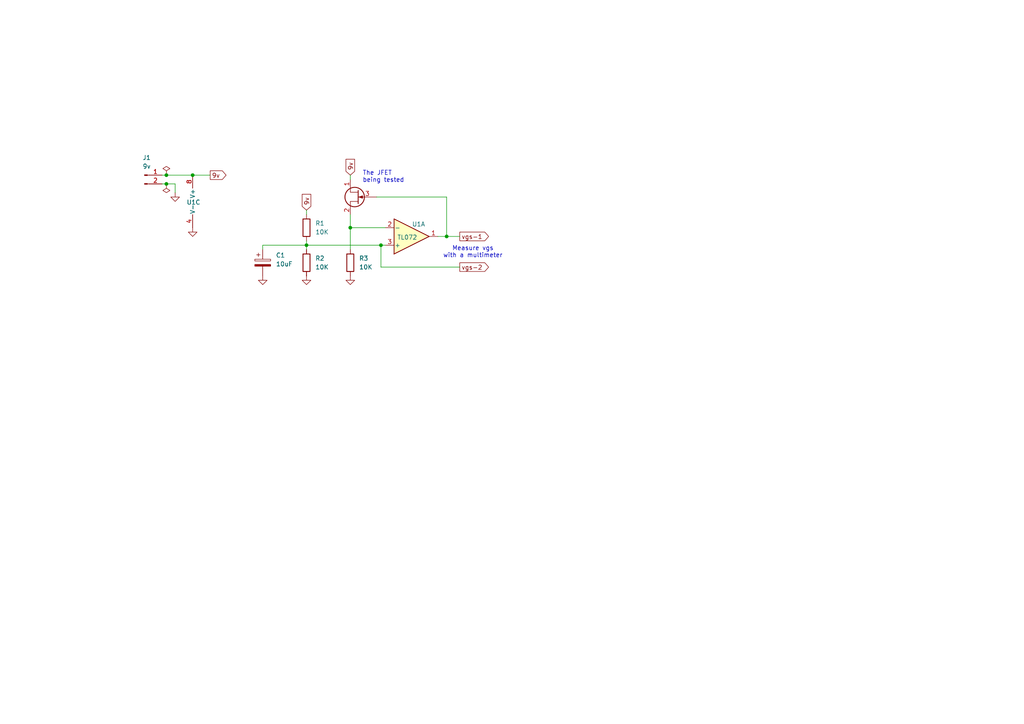
<source format=kicad_sch>
(kicad_sch
	(version 20231120)
	(generator "eeschema")
	(generator_version "8.0")
	(uuid "1285e952-5438-42bc-8d77-c7252cb09a3f")
	(paper "A4")
	(lib_symbols
		(symbol "Amplifier_Operational:TL072"
			(pin_names
				(offset 0.127)
			)
			(exclude_from_sim no)
			(in_bom yes)
			(on_board yes)
			(property "Reference" "U"
				(at 0 5.08 0)
				(effects
					(font
						(size 1.27 1.27)
					)
					(justify left)
				)
			)
			(property "Value" "TL072"
				(at 0 -5.08 0)
				(effects
					(font
						(size 1.27 1.27)
					)
					(justify left)
				)
			)
			(property "Footprint" ""
				(at 0 0 0)
				(effects
					(font
						(size 1.27 1.27)
					)
					(hide yes)
				)
			)
			(property "Datasheet" "http://www.ti.com/lit/ds/symlink/tl071.pdf"
				(at 0 0 0)
				(effects
					(font
						(size 1.27 1.27)
					)
					(hide yes)
				)
			)
			(property "Description" "Dual Low-Noise JFET-Input Operational Amplifiers, DIP-8/SOIC-8"
				(at 0 0 0)
				(effects
					(font
						(size 1.27 1.27)
					)
					(hide yes)
				)
			)
			(property "ki_locked" ""
				(at 0 0 0)
				(effects
					(font
						(size 1.27 1.27)
					)
				)
			)
			(property "ki_keywords" "dual opamp"
				(at 0 0 0)
				(effects
					(font
						(size 1.27 1.27)
					)
					(hide yes)
				)
			)
			(property "ki_fp_filters" "SOIC*3.9x4.9mm*P1.27mm* DIP*W7.62mm* TO*99* OnSemi*Micro8* TSSOP*3x3mm*P0.65mm* TSSOP*4.4x3mm*P0.65mm* MSOP*3x3mm*P0.65mm* SSOP*3.9x4.9mm*P0.635mm* LFCSP*2x2mm*P0.5mm* *SIP* SOIC*5.3x6.2mm*P1.27mm*"
				(at 0 0 0)
				(effects
					(font
						(size 1.27 1.27)
					)
					(hide yes)
				)
			)
			(symbol "TL072_1_1"
				(polyline
					(pts
						(xy -5.08 5.08) (xy 5.08 0) (xy -5.08 -5.08) (xy -5.08 5.08)
					)
					(stroke
						(width 0.254)
						(type default)
					)
					(fill
						(type background)
					)
				)
				(pin output line
					(at 7.62 0 180)
					(length 2.54)
					(name "~"
						(effects
							(font
								(size 1.27 1.27)
							)
						)
					)
					(number "1"
						(effects
							(font
								(size 1.27 1.27)
							)
						)
					)
				)
				(pin input line
					(at -7.62 -2.54 0)
					(length 2.54)
					(name "-"
						(effects
							(font
								(size 1.27 1.27)
							)
						)
					)
					(number "2"
						(effects
							(font
								(size 1.27 1.27)
							)
						)
					)
				)
				(pin input line
					(at -7.62 2.54 0)
					(length 2.54)
					(name "+"
						(effects
							(font
								(size 1.27 1.27)
							)
						)
					)
					(number "3"
						(effects
							(font
								(size 1.27 1.27)
							)
						)
					)
				)
			)
			(symbol "TL072_2_1"
				(polyline
					(pts
						(xy -5.08 5.08) (xy 5.08 0) (xy -5.08 -5.08) (xy -5.08 5.08)
					)
					(stroke
						(width 0.254)
						(type default)
					)
					(fill
						(type background)
					)
				)
				(pin input line
					(at -7.62 2.54 0)
					(length 2.54)
					(name "+"
						(effects
							(font
								(size 1.27 1.27)
							)
						)
					)
					(number "5"
						(effects
							(font
								(size 1.27 1.27)
							)
						)
					)
				)
				(pin input line
					(at -7.62 -2.54 0)
					(length 2.54)
					(name "-"
						(effects
							(font
								(size 1.27 1.27)
							)
						)
					)
					(number "6"
						(effects
							(font
								(size 1.27 1.27)
							)
						)
					)
				)
				(pin output line
					(at 7.62 0 180)
					(length 2.54)
					(name "~"
						(effects
							(font
								(size 1.27 1.27)
							)
						)
					)
					(number "7"
						(effects
							(font
								(size 1.27 1.27)
							)
						)
					)
				)
			)
			(symbol "TL072_3_1"
				(pin power_in line
					(at -2.54 -7.62 90)
					(length 3.81)
					(name "V-"
						(effects
							(font
								(size 1.27 1.27)
							)
						)
					)
					(number "4"
						(effects
							(font
								(size 1.27 1.27)
							)
						)
					)
				)
				(pin power_in line
					(at -2.54 7.62 270)
					(length 3.81)
					(name "V+"
						(effects
							(font
								(size 1.27 1.27)
							)
						)
					)
					(number "8"
						(effects
							(font
								(size 1.27 1.27)
							)
						)
					)
				)
			)
		)
		(symbol "Connector:Conn_01x02_Pin"
			(pin_names
				(offset 1.016) hide)
			(exclude_from_sim no)
			(in_bom yes)
			(on_board yes)
			(property "Reference" "J"
				(at 0 2.54 0)
				(effects
					(font
						(size 1.27 1.27)
					)
				)
			)
			(property "Value" "Conn_01x02_Pin"
				(at 0 -5.08 0)
				(effects
					(font
						(size 1.27 1.27)
					)
				)
			)
			(property "Footprint" ""
				(at 0 0 0)
				(effects
					(font
						(size 1.27 1.27)
					)
					(hide yes)
				)
			)
			(property "Datasheet" "~"
				(at 0 0 0)
				(effects
					(font
						(size 1.27 1.27)
					)
					(hide yes)
				)
			)
			(property "Description" "Generic connector, single row, 01x02, script generated"
				(at 0 0 0)
				(effects
					(font
						(size 1.27 1.27)
					)
					(hide yes)
				)
			)
			(property "ki_locked" ""
				(at 0 0 0)
				(effects
					(font
						(size 1.27 1.27)
					)
				)
			)
			(property "ki_keywords" "connector"
				(at 0 0 0)
				(effects
					(font
						(size 1.27 1.27)
					)
					(hide yes)
				)
			)
			(property "ki_fp_filters" "Connector*:*_1x??_*"
				(at 0 0 0)
				(effects
					(font
						(size 1.27 1.27)
					)
					(hide yes)
				)
			)
			(symbol "Conn_01x02_Pin_1_1"
				(polyline
					(pts
						(xy 1.27 -2.54) (xy 0.8636 -2.54)
					)
					(stroke
						(width 0.1524)
						(type default)
					)
					(fill
						(type none)
					)
				)
				(polyline
					(pts
						(xy 1.27 0) (xy 0.8636 0)
					)
					(stroke
						(width 0.1524)
						(type default)
					)
					(fill
						(type none)
					)
				)
				(rectangle
					(start 0.8636 -2.413)
					(end 0 -2.667)
					(stroke
						(width 0.1524)
						(type default)
					)
					(fill
						(type outline)
					)
				)
				(rectangle
					(start 0.8636 0.127)
					(end 0 -0.127)
					(stroke
						(width 0.1524)
						(type default)
					)
					(fill
						(type outline)
					)
				)
				(pin passive line
					(at 5.08 0 180)
					(length 3.81)
					(name "Pin_1"
						(effects
							(font
								(size 1.27 1.27)
							)
						)
					)
					(number "1"
						(effects
							(font
								(size 1.27 1.27)
							)
						)
					)
				)
				(pin passive line
					(at 5.08 -2.54 180)
					(length 3.81)
					(name "Pin_2"
						(effects
							(font
								(size 1.27 1.27)
							)
						)
					)
					(number "2"
						(effects
							(font
								(size 1.27 1.27)
							)
						)
					)
				)
			)
		)
		(symbol "Device:C_Polarized"
			(pin_numbers hide)
			(pin_names
				(offset 0.254)
			)
			(exclude_from_sim no)
			(in_bom yes)
			(on_board yes)
			(property "Reference" "C"
				(at 0.635 2.54 0)
				(effects
					(font
						(size 1.27 1.27)
					)
					(justify left)
				)
			)
			(property "Value" "C_Polarized"
				(at 0.635 -2.54 0)
				(effects
					(font
						(size 1.27 1.27)
					)
					(justify left)
				)
			)
			(property "Footprint" ""
				(at 0.9652 -3.81 0)
				(effects
					(font
						(size 1.27 1.27)
					)
					(hide yes)
				)
			)
			(property "Datasheet" "~"
				(at 0 0 0)
				(effects
					(font
						(size 1.27 1.27)
					)
					(hide yes)
				)
			)
			(property "Description" "Polarized capacitor"
				(at 0 0 0)
				(effects
					(font
						(size 1.27 1.27)
					)
					(hide yes)
				)
			)
			(property "ki_keywords" "cap capacitor"
				(at 0 0 0)
				(effects
					(font
						(size 1.27 1.27)
					)
					(hide yes)
				)
			)
			(property "ki_fp_filters" "CP_*"
				(at 0 0 0)
				(effects
					(font
						(size 1.27 1.27)
					)
					(hide yes)
				)
			)
			(symbol "C_Polarized_0_1"
				(rectangle
					(start -2.286 0.508)
					(end 2.286 1.016)
					(stroke
						(width 0)
						(type default)
					)
					(fill
						(type none)
					)
				)
				(polyline
					(pts
						(xy -1.778 2.286) (xy -0.762 2.286)
					)
					(stroke
						(width 0)
						(type default)
					)
					(fill
						(type none)
					)
				)
				(polyline
					(pts
						(xy -1.27 2.794) (xy -1.27 1.778)
					)
					(stroke
						(width 0)
						(type default)
					)
					(fill
						(type none)
					)
				)
				(rectangle
					(start 2.286 -0.508)
					(end -2.286 -1.016)
					(stroke
						(width 0)
						(type default)
					)
					(fill
						(type outline)
					)
				)
			)
			(symbol "C_Polarized_1_1"
				(pin passive line
					(at 0 3.81 270)
					(length 2.794)
					(name "~"
						(effects
							(font
								(size 1.27 1.27)
							)
						)
					)
					(number "1"
						(effects
							(font
								(size 1.27 1.27)
							)
						)
					)
				)
				(pin passive line
					(at 0 -3.81 90)
					(length 2.794)
					(name "~"
						(effects
							(font
								(size 1.27 1.27)
							)
						)
					)
					(number "2"
						(effects
							(font
								(size 1.27 1.27)
							)
						)
					)
				)
			)
		)
		(symbol "Device:Q_NJFET_DSG"
			(pin_names
				(offset 0) hide)
			(exclude_from_sim no)
			(in_bom yes)
			(on_board yes)
			(property "Reference" "Q"
				(at 5.08 1.27 0)
				(effects
					(font
						(size 1.27 1.27)
					)
					(justify left)
				)
			)
			(property "Value" "Q_NJFET_DSG"
				(at 5.08 -1.27 0)
				(effects
					(font
						(size 1.27 1.27)
					)
					(justify left)
				)
			)
			(property "Footprint" ""
				(at 5.08 2.54 0)
				(effects
					(font
						(size 1.27 1.27)
					)
					(hide yes)
				)
			)
			(property "Datasheet" "~"
				(at 0 0 0)
				(effects
					(font
						(size 1.27 1.27)
					)
					(hide yes)
				)
			)
			(property "Description" "N-JFET transistor, drain/source/gate"
				(at 0 0 0)
				(effects
					(font
						(size 1.27 1.27)
					)
					(hide yes)
				)
			)
			(property "ki_keywords" "transistor NJFET N-JFET"
				(at 0 0 0)
				(effects
					(font
						(size 1.27 1.27)
					)
					(hide yes)
				)
			)
			(symbol "Q_NJFET_DSG_0_1"
				(polyline
					(pts
						(xy 0.254 1.905) (xy 0.254 -1.905) (xy 0.254 -1.905)
					)
					(stroke
						(width 0.254)
						(type default)
					)
					(fill
						(type none)
					)
				)
				(polyline
					(pts
						(xy 2.54 -2.54) (xy 2.54 -1.27) (xy 0.254 -1.27)
					)
					(stroke
						(width 0)
						(type default)
					)
					(fill
						(type none)
					)
				)
				(polyline
					(pts
						(xy 2.54 2.54) (xy 2.54 1.397) (xy 0.254 1.397)
					)
					(stroke
						(width 0)
						(type default)
					)
					(fill
						(type none)
					)
				)
				(polyline
					(pts
						(xy 0 0) (xy -1.016 0.381) (xy -1.016 -0.381) (xy 0 0)
					)
					(stroke
						(width 0)
						(type default)
					)
					(fill
						(type outline)
					)
				)
				(circle
					(center 1.27 0)
					(radius 2.8194)
					(stroke
						(width 0.254)
						(type default)
					)
					(fill
						(type none)
					)
				)
			)
			(symbol "Q_NJFET_DSG_1_1"
				(pin passive line
					(at 2.54 5.08 270)
					(length 2.54)
					(name "D"
						(effects
							(font
								(size 1.27 1.27)
							)
						)
					)
					(number "1"
						(effects
							(font
								(size 1.27 1.27)
							)
						)
					)
				)
				(pin passive line
					(at 2.54 -5.08 90)
					(length 2.54)
					(name "S"
						(effects
							(font
								(size 1.27 1.27)
							)
						)
					)
					(number "2"
						(effects
							(font
								(size 1.27 1.27)
							)
						)
					)
				)
				(pin input line
					(at -5.08 0 0)
					(length 5.334)
					(name "G"
						(effects
							(font
								(size 1.27 1.27)
							)
						)
					)
					(number "3"
						(effects
							(font
								(size 1.27 1.27)
							)
						)
					)
				)
			)
		)
		(symbol "Device:R"
			(pin_numbers hide)
			(pin_names
				(offset 0)
			)
			(exclude_from_sim no)
			(in_bom yes)
			(on_board yes)
			(property "Reference" "R"
				(at 2.032 0 90)
				(effects
					(font
						(size 1.27 1.27)
					)
				)
			)
			(property "Value" "R"
				(at 0 0 90)
				(effects
					(font
						(size 1.27 1.27)
					)
				)
			)
			(property "Footprint" ""
				(at -1.778 0 90)
				(effects
					(font
						(size 1.27 1.27)
					)
					(hide yes)
				)
			)
			(property "Datasheet" "~"
				(at 0 0 0)
				(effects
					(font
						(size 1.27 1.27)
					)
					(hide yes)
				)
			)
			(property "Description" "Resistor"
				(at 0 0 0)
				(effects
					(font
						(size 1.27 1.27)
					)
					(hide yes)
				)
			)
			(property "ki_keywords" "R res resistor"
				(at 0 0 0)
				(effects
					(font
						(size 1.27 1.27)
					)
					(hide yes)
				)
			)
			(property "ki_fp_filters" "R_*"
				(at 0 0 0)
				(effects
					(font
						(size 1.27 1.27)
					)
					(hide yes)
				)
			)
			(symbol "R_0_1"
				(rectangle
					(start -1.016 -2.54)
					(end 1.016 2.54)
					(stroke
						(width 0.254)
						(type default)
					)
					(fill
						(type none)
					)
				)
			)
			(symbol "R_1_1"
				(pin passive line
					(at 0 3.81 270)
					(length 1.27)
					(name "~"
						(effects
							(font
								(size 1.27 1.27)
							)
						)
					)
					(number "1"
						(effects
							(font
								(size 1.27 1.27)
							)
						)
					)
				)
				(pin passive line
					(at 0 -3.81 90)
					(length 1.27)
					(name "~"
						(effects
							(font
								(size 1.27 1.27)
							)
						)
					)
					(number "2"
						(effects
							(font
								(size 1.27 1.27)
							)
						)
					)
				)
			)
		)
		(symbol "power:GND"
			(power)
			(pin_numbers hide)
			(pin_names
				(offset 0) hide)
			(exclude_from_sim no)
			(in_bom yes)
			(on_board yes)
			(property "Reference" "#PWR"
				(at 0 -6.35 0)
				(effects
					(font
						(size 1.27 1.27)
					)
					(hide yes)
				)
			)
			(property "Value" "GND"
				(at 0 -3.81 0)
				(effects
					(font
						(size 1.27 1.27)
					)
				)
			)
			(property "Footprint" ""
				(at 0 0 0)
				(effects
					(font
						(size 1.27 1.27)
					)
					(hide yes)
				)
			)
			(property "Datasheet" ""
				(at 0 0 0)
				(effects
					(font
						(size 1.27 1.27)
					)
					(hide yes)
				)
			)
			(property "Description" "Power symbol creates a global label with name \"GND\" , ground"
				(at 0 0 0)
				(effects
					(font
						(size 1.27 1.27)
					)
					(hide yes)
				)
			)
			(property "ki_keywords" "global power"
				(at 0 0 0)
				(effects
					(font
						(size 1.27 1.27)
					)
					(hide yes)
				)
			)
			(symbol "GND_0_1"
				(polyline
					(pts
						(xy 0 0) (xy 0 -1.27) (xy 1.27 -1.27) (xy 0 -2.54) (xy -1.27 -1.27) (xy 0 -1.27)
					)
					(stroke
						(width 0)
						(type default)
					)
					(fill
						(type none)
					)
				)
			)
			(symbol "GND_1_1"
				(pin power_in line
					(at 0 0 270)
					(length 0)
					(name "~"
						(effects
							(font
								(size 1.27 1.27)
							)
						)
					)
					(number "1"
						(effects
							(font
								(size 1.27 1.27)
							)
						)
					)
				)
			)
		)
		(symbol "power:PWR_FLAG"
			(power)
			(pin_numbers hide)
			(pin_names
				(offset 0) hide)
			(exclude_from_sim no)
			(in_bom yes)
			(on_board yes)
			(property "Reference" "#FLG"
				(at 0 1.905 0)
				(effects
					(font
						(size 1.27 1.27)
					)
					(hide yes)
				)
			)
			(property "Value" "PWR_FLAG"
				(at 0 3.81 0)
				(effects
					(font
						(size 1.27 1.27)
					)
				)
			)
			(property "Footprint" ""
				(at 0 0 0)
				(effects
					(font
						(size 1.27 1.27)
					)
					(hide yes)
				)
			)
			(property "Datasheet" "~"
				(at 0 0 0)
				(effects
					(font
						(size 1.27 1.27)
					)
					(hide yes)
				)
			)
			(property "Description" "Special symbol for telling ERC where power comes from"
				(at 0 0 0)
				(effects
					(font
						(size 1.27 1.27)
					)
					(hide yes)
				)
			)
			(property "ki_keywords" "flag power"
				(at 0 0 0)
				(effects
					(font
						(size 1.27 1.27)
					)
					(hide yes)
				)
			)
			(symbol "PWR_FLAG_0_0"
				(pin power_out line
					(at 0 0 90)
					(length 0)
					(name "~"
						(effects
							(font
								(size 1.27 1.27)
							)
						)
					)
					(number "1"
						(effects
							(font
								(size 1.27 1.27)
							)
						)
					)
				)
			)
			(symbol "PWR_FLAG_0_1"
				(polyline
					(pts
						(xy 0 0) (xy 0 1.27) (xy -1.016 1.905) (xy 0 2.54) (xy 1.016 1.905) (xy 0 1.27)
					)
					(stroke
						(width 0)
						(type default)
					)
					(fill
						(type none)
					)
				)
			)
		)
	)
	(junction
		(at 48.26 53.34)
		(diameter 0)
		(color 0 0 0 0)
		(uuid "4a791030-8d73-48f4-94d8-215dd615984a")
	)
	(junction
		(at 88.9 71.12)
		(diameter 0)
		(color 0 0 0 0)
		(uuid "56bbfb40-d4ca-4bdd-ae02-a21fcb4adad3")
	)
	(junction
		(at 55.88 50.8)
		(diameter 0)
		(color 0 0 0 0)
		(uuid "5da73668-46c6-4319-ab39-4c7a046a6c6f")
	)
	(junction
		(at 129.54 68.58)
		(diameter 0)
		(color 0 0 0 0)
		(uuid "7ee9393c-bf1f-4498-b358-b273bce33111")
	)
	(junction
		(at 110.49 71.12)
		(diameter 0)
		(color 0 0 0 0)
		(uuid "7ffcdd04-9d9d-4dbb-9c31-fbda54d4ad62")
	)
	(junction
		(at 101.6 66.04)
		(diameter 0)
		(color 0 0 0 0)
		(uuid "a3c79a22-89e9-4b39-8cf7-5937ba84969f")
	)
	(junction
		(at 48.26 50.8)
		(diameter 0)
		(color 0 0 0 0)
		(uuid "b7308df7-0ef1-4a9f-b625-a5c8df252c69")
	)
	(wire
		(pts
			(xy 55.88 50.8) (xy 60.96 50.8)
		)
		(stroke
			(width 0)
			(type default)
		)
		(uuid "0cb60b8c-ca15-4fd2-ae45-fab37f49555f")
	)
	(wire
		(pts
			(xy 129.54 68.58) (xy 129.54 57.15)
		)
		(stroke
			(width 0)
			(type default)
		)
		(uuid "298f1e25-2440-41a4-8522-992ee549563c")
	)
	(wire
		(pts
			(xy 88.9 71.12) (xy 88.9 72.39)
		)
		(stroke
			(width 0)
			(type default)
		)
		(uuid "30a8d862-c191-4a1c-b1be-1fe945cb9a2c")
	)
	(wire
		(pts
			(xy 101.6 66.04) (xy 111.76 66.04)
		)
		(stroke
			(width 0)
			(type default)
		)
		(uuid "3b791ad3-411b-4179-944f-eff3d911b787")
	)
	(wire
		(pts
			(xy 127 68.58) (xy 129.54 68.58)
		)
		(stroke
			(width 0)
			(type default)
		)
		(uuid "47c2c7c6-1592-4e7c-ae01-1ec440ee72a1")
	)
	(wire
		(pts
			(xy 88.9 69.85) (xy 88.9 71.12)
		)
		(stroke
			(width 0)
			(type default)
		)
		(uuid "50a95c8f-3aa4-4312-9b9a-88302ec03408")
	)
	(wire
		(pts
			(xy 76.2 71.12) (xy 88.9 71.12)
		)
		(stroke
			(width 0)
			(type default)
		)
		(uuid "51d8b37e-6b00-4d3c-97ae-bb777926f710")
	)
	(wire
		(pts
			(xy 48.26 53.34) (xy 46.99 53.34)
		)
		(stroke
			(width 0)
			(type default)
		)
		(uuid "55e1df3f-2b46-4cb3-a1e2-c2b632a252d3")
	)
	(wire
		(pts
			(xy 88.9 60.96) (xy 88.9 62.23)
		)
		(stroke
			(width 0)
			(type default)
		)
		(uuid "65ac9826-2443-45dc-9515-8f635ebd609c")
	)
	(wire
		(pts
			(xy 110.49 71.12) (xy 111.76 71.12)
		)
		(stroke
			(width 0)
			(type default)
		)
		(uuid "65c7040d-550b-478c-a15c-dea3ee1dcece")
	)
	(wire
		(pts
			(xy 101.6 66.04) (xy 101.6 72.39)
		)
		(stroke
			(width 0)
			(type default)
		)
		(uuid "65f49fa9-3995-4c48-9ccd-aebded003406")
	)
	(wire
		(pts
			(xy 101.6 50.8) (xy 101.6 52.07)
		)
		(stroke
			(width 0)
			(type default)
		)
		(uuid "7c16a04e-0e98-4bd7-ba0c-602d7279e696")
	)
	(wire
		(pts
			(xy 76.2 72.39) (xy 76.2 71.12)
		)
		(stroke
			(width 0)
			(type default)
		)
		(uuid "83d5937b-afdb-4fda-96b2-780e62133c03")
	)
	(wire
		(pts
			(xy 50.8 55.88) (xy 50.8 53.34)
		)
		(stroke
			(width 0)
			(type default)
		)
		(uuid "83ef653e-1eec-47aa-9859-da439447838a")
	)
	(wire
		(pts
			(xy 101.6 62.23) (xy 101.6 66.04)
		)
		(stroke
			(width 0)
			(type default)
		)
		(uuid "8609794f-51e5-457c-b248-01bdad9bcde0")
	)
	(wire
		(pts
			(xy 50.8 53.34) (xy 48.26 53.34)
		)
		(stroke
			(width 0)
			(type default)
		)
		(uuid "918d837f-ddfa-44ff-8a63-07e42c71fa40")
	)
	(wire
		(pts
			(xy 48.26 50.8) (xy 55.88 50.8)
		)
		(stroke
			(width 0)
			(type default)
		)
		(uuid "98c31332-923e-4599-acdd-b5fdb0ef3513")
	)
	(wire
		(pts
			(xy 129.54 57.15) (xy 109.22 57.15)
		)
		(stroke
			(width 0)
			(type default)
		)
		(uuid "a525e929-5c4c-4470-aaff-ab991fb58f1a")
	)
	(wire
		(pts
			(xy 133.35 77.47) (xy 110.49 77.47)
		)
		(stroke
			(width 0)
			(type default)
		)
		(uuid "cda17ed3-cd66-4265-ae21-559900640cd4")
	)
	(wire
		(pts
			(xy 88.9 71.12) (xy 110.49 71.12)
		)
		(stroke
			(width 0)
			(type default)
		)
		(uuid "d4abd69e-e3b2-4e9c-b1f9-48638094c241")
	)
	(wire
		(pts
			(xy 46.99 50.8) (xy 48.26 50.8)
		)
		(stroke
			(width 0)
			(type default)
		)
		(uuid "e46fd9b0-8b3b-427e-b157-bb066da57a35")
	)
	(wire
		(pts
			(xy 129.54 68.58) (xy 133.35 68.58)
		)
		(stroke
			(width 0)
			(type default)
		)
		(uuid "e6593e0a-703b-41fa-a7da-29d51545e779")
	)
	(wire
		(pts
			(xy 110.49 77.47) (xy 110.49 71.12)
		)
		(stroke
			(width 0)
			(type default)
		)
		(uuid "fc514a64-1514-4da0-9e95-69b8e27de83c")
	)
	(text "The JFET\nbeing tested"
		(exclude_from_sim no)
		(at 105.156 51.308 0)
		(effects
			(font
				(size 1.27 1.27)
			)
			(justify left)
		)
		(uuid "6b394e13-7b3f-47a4-9083-dac236e9b4dd")
	)
	(text "Measure vgs\nwith a multimeter"
		(exclude_from_sim no)
		(at 137.16 73.152 0)
		(effects
			(font
				(size 1.27 1.27)
			)
		)
		(uuid "b980ce42-ff68-4e15-8f6b-6d14769bdbb0")
	)
	(global_label "vgs-1"
		(shape output)
		(at 133.35 68.58 0)
		(fields_autoplaced yes)
		(effects
			(font
				(size 1.27 1.27)
			)
			(justify left)
		)
		(uuid "3c64855a-577a-4660-af0e-2c2261f45b97")
		(property "Intersheetrefs" "${INTERSHEET_REFS}"
			(at 142.2618 68.58 0)
			(effects
				(font
					(size 1.27 1.27)
				)
				(justify left)
				(hide yes)
			)
		)
	)
	(global_label "9v"
		(shape input)
		(at 101.6 50.8 90)
		(fields_autoplaced yes)
		(effects
			(font
				(size 1.27 1.27)
			)
			(justify left)
		)
		(uuid "467f4efa-e9bd-422d-8ba4-c7fd138568fd")
		(property "Intersheetrefs" "${INTERSHEET_REFS}"
			(at 101.6 45.6377 90)
			(effects
				(font
					(size 1.27 1.27)
				)
				(justify left)
				(hide yes)
			)
		)
	)
	(global_label "vgs-2"
		(shape output)
		(at 133.35 77.47 0)
		(fields_autoplaced yes)
		(effects
			(font
				(size 1.27 1.27)
			)
			(justify left)
		)
		(uuid "93525646-1fd6-47a7-9378-ac57620ac019")
		(property "Intersheetrefs" "${INTERSHEET_REFS}"
			(at 142.2618 77.47 0)
			(effects
				(font
					(size 1.27 1.27)
				)
				(justify left)
				(hide yes)
			)
		)
	)
	(global_label "9v"
		(shape input)
		(at 88.9 60.96 90)
		(fields_autoplaced yes)
		(effects
			(font
				(size 1.27 1.27)
			)
			(justify left)
		)
		(uuid "c02aa61b-67fd-4c37-a4e4-5004b49a555b")
		(property "Intersheetrefs" "${INTERSHEET_REFS}"
			(at 88.9 55.7977 90)
			(effects
				(font
					(size 1.27 1.27)
				)
				(justify left)
				(hide yes)
			)
		)
	)
	(global_label "9v"
		(shape output)
		(at 60.96 50.8 0)
		(fields_autoplaced yes)
		(effects
			(font
				(size 1.27 1.27)
			)
			(justify left)
		)
		(uuid "f96084a6-a3c5-4cc5-82e0-b74a813425eb")
		(property "Intersheetrefs" "${INTERSHEET_REFS}"
			(at 66.1223 50.8 0)
			(effects
				(font
					(size 1.27 1.27)
				)
				(justify left)
				(hide yes)
			)
		)
	)
	(symbol
		(lib_id "Device:R")
		(at 88.9 66.04 0)
		(unit 1)
		(exclude_from_sim no)
		(in_bom yes)
		(on_board yes)
		(dnp no)
		(fields_autoplaced yes)
		(uuid "00e3d5dc-d089-4ed1-a017-d4dbee3510ef")
		(property "Reference" "R1"
			(at 91.44 64.7699 0)
			(effects
				(font
					(size 1.27 1.27)
				)
				(justify left)
			)
		)
		(property "Value" "10K"
			(at 91.44 67.3099 0)
			(effects
				(font
					(size 1.27 1.27)
				)
				(justify left)
			)
		)
		(property "Footprint" ""
			(at 87.122 66.04 90)
			(effects
				(font
					(size 1.27 1.27)
				)
				(hide yes)
			)
		)
		(property "Datasheet" "~"
			(at 88.9 66.04 0)
			(effects
				(font
					(size 1.27 1.27)
				)
				(hide yes)
			)
		)
		(property "Description" "Resistor"
			(at 88.9 66.04 0)
			(effects
				(font
					(size 1.27 1.27)
				)
				(hide yes)
			)
		)
		(pin "2"
			(uuid "d465ebcd-15bd-4810-a7e2-03f95538c265")
		)
		(pin "1"
			(uuid "66087a1f-611d-45f8-90e4-60bfdde5c398")
		)
		(instances
			(project ""
				(path "/1285e952-5438-42bc-8d77-c7252cb09a3f"
					(reference "R1")
					(unit 1)
				)
			)
		)
	)
	(symbol
		(lib_id "power:PWR_FLAG")
		(at 48.26 53.34 180)
		(unit 1)
		(exclude_from_sim no)
		(in_bom yes)
		(on_board yes)
		(dnp no)
		(fields_autoplaced yes)
		(uuid "496302c0-2a3d-42bb-bc49-a84f51d3b0fb")
		(property "Reference" "#FLG02"
			(at 48.26 55.245 0)
			(effects
				(font
					(size 1.27 1.27)
				)
				(hide yes)
			)
		)
		(property "Value" "PWR_FLAG"
			(at 48.26 58.42 0)
			(effects
				(font
					(size 1.27 1.27)
				)
				(hide yes)
			)
		)
		(property "Footprint" ""
			(at 48.26 53.34 0)
			(effects
				(font
					(size 1.27 1.27)
				)
				(hide yes)
			)
		)
		(property "Datasheet" "~"
			(at 48.26 53.34 0)
			(effects
				(font
					(size 1.27 1.27)
				)
				(hide yes)
			)
		)
		(property "Description" "Special symbol for telling ERC where power comes from"
			(at 48.26 53.34 0)
			(effects
				(font
					(size 1.27 1.27)
				)
				(hide yes)
			)
		)
		(pin "1"
			(uuid "a47ca1d7-6bba-42a5-8ed1-7fa30f2aef72")
		)
		(instances
			(project "jfet matcher"
				(path "/1285e952-5438-42bc-8d77-c7252cb09a3f"
					(reference "#FLG02")
					(unit 1)
				)
			)
		)
	)
	(symbol
		(lib_id "Amplifier_Operational:TL072")
		(at 58.42 58.42 0)
		(unit 3)
		(exclude_from_sim no)
		(in_bom yes)
		(on_board yes)
		(dnp no)
		(uuid "4ead798d-d461-480c-a68d-9bbd6da45c87")
		(property "Reference" "U1"
			(at 54.102 58.674 0)
			(effects
				(font
					(size 1.27 1.27)
				)
				(justify left)
			)
		)
		(property "Value" "TL072"
			(at 57.15 59.6899 0)
			(effects
				(font
					(size 1.27 1.27)
				)
				(justify left)
				(hide yes)
			)
		)
		(property "Footprint" ""
			(at 58.42 58.42 0)
			(effects
				(font
					(size 1.27 1.27)
				)
				(hide yes)
			)
		)
		(property "Datasheet" "http://www.ti.com/lit/ds/symlink/tl071.pdf"
			(at 58.42 58.42 0)
			(effects
				(font
					(size 1.27 1.27)
				)
				(hide yes)
			)
		)
		(property "Description" "Dual Low-Noise JFET-Input Operational Amplifiers, DIP-8/SOIC-8"
			(at 58.42 58.42 0)
			(effects
				(font
					(size 1.27 1.27)
				)
				(hide yes)
			)
		)
		(pin "5"
			(uuid "39d00dbf-dbb3-4c6f-aa2f-d23c3ca81d8a")
		)
		(pin "2"
			(uuid "6fc07dfd-80b8-4836-9709-869ee84c6c0b")
		)
		(pin "8"
			(uuid "b9cc0ef8-d509-4099-b8d7-67cd348959cc")
		)
		(pin "1"
			(uuid "45eb3404-0030-4983-8858-1a62e80016de")
		)
		(pin "6"
			(uuid "41847538-df1d-4b89-b39a-5322d5546bfe")
		)
		(pin "4"
			(uuid "1fc43446-f0f3-46cd-bd4e-078033b5c922")
		)
		(pin "3"
			(uuid "8d27f134-1384-4d88-8527-8c8715d198a7")
		)
		(pin "7"
			(uuid "be942037-77b4-4d42-9d6e-9d3de272a7fe")
		)
		(instances
			(project ""
				(path "/1285e952-5438-42bc-8d77-c7252cb09a3f"
					(reference "U1")
					(unit 3)
				)
			)
		)
	)
	(symbol
		(lib_id "Connector:Conn_01x02_Pin")
		(at 41.91 50.8 0)
		(unit 1)
		(exclude_from_sim no)
		(in_bom yes)
		(on_board yes)
		(dnp no)
		(fields_autoplaced yes)
		(uuid "559ad5a3-2dcf-466f-aa4a-058a15a1fcca")
		(property "Reference" "J1"
			(at 42.545 45.72 0)
			(effects
				(font
					(size 1.27 1.27)
				)
			)
		)
		(property "Value" "9v"
			(at 42.545 48.26 0)
			(effects
				(font
					(size 1.27 1.27)
				)
			)
		)
		(property "Footprint" ""
			(at 41.91 50.8 0)
			(effects
				(font
					(size 1.27 1.27)
				)
				(hide yes)
			)
		)
		(property "Datasheet" "~"
			(at 41.91 50.8 0)
			(effects
				(font
					(size 1.27 1.27)
				)
				(hide yes)
			)
		)
		(property "Description" "Generic connector, single row, 01x02, script generated"
			(at 41.91 50.8 0)
			(effects
				(font
					(size 1.27 1.27)
				)
				(hide yes)
			)
		)
		(pin "2"
			(uuid "2bb87892-3cfe-42e5-9039-2623126d178e")
		)
		(pin "1"
			(uuid "83b8849f-8126-4e11-90bc-155f122807e6")
		)
		(instances
			(project ""
				(path "/1285e952-5438-42bc-8d77-c7252cb09a3f"
					(reference "J1")
					(unit 1)
				)
			)
		)
	)
	(symbol
		(lib_id "Device:Q_NJFET_DSG")
		(at 104.14 57.15 0)
		(mirror y)
		(unit 1)
		(exclude_from_sim no)
		(in_bom yes)
		(on_board yes)
		(dnp no)
		(uuid "62d08f9b-47a8-4bc9-87ac-d52a839b136b")
		(property "Reference" "Q1"
			(at 99.06 55.8799 0)
			(effects
				(font
					(size 1.27 1.27)
				)
				(justify left)
				(hide yes)
			)
		)
		(property "Value" "Test JFET"
			(at 112.776 52.832 0)
			(effects
				(font
					(size 1.27 1.27)
				)
				(justify left)
				(hide yes)
			)
		)
		(property "Footprint" ""
			(at 99.06 54.61 0)
			(effects
				(font
					(size 1.27 1.27)
				)
				(hide yes)
			)
		)
		(property "Datasheet" "~"
			(at 104.14 57.15 0)
			(effects
				(font
					(size 1.27 1.27)
				)
				(hide yes)
			)
		)
		(property "Description" "N-JFET transistor, drain/source/gate"
			(at 104.14 57.15 0)
			(effects
				(font
					(size 1.27 1.27)
				)
				(hide yes)
			)
		)
		(pin "1"
			(uuid "75727fb3-3a3c-4a13-839e-5238595f8853")
		)
		(pin "2"
			(uuid "9db1d0e5-82cc-452b-875a-e6032c7b8e00")
		)
		(pin "3"
			(uuid "d98850b4-d8fe-419c-9dad-2f43070469d5")
		)
		(instances
			(project ""
				(path "/1285e952-5438-42bc-8d77-c7252cb09a3f"
					(reference "Q1")
					(unit 1)
				)
			)
		)
	)
	(symbol
		(lib_id "Device:R")
		(at 88.9 76.2 0)
		(unit 1)
		(exclude_from_sim no)
		(in_bom yes)
		(on_board yes)
		(dnp no)
		(fields_autoplaced yes)
		(uuid "68705832-26a4-4f76-9165-cdcb14206ce6")
		(property "Reference" "R2"
			(at 91.44 74.9299 0)
			(effects
				(font
					(size 1.27 1.27)
				)
				(justify left)
			)
		)
		(property "Value" "10K"
			(at 91.44 77.4699 0)
			(effects
				(font
					(size 1.27 1.27)
				)
				(justify left)
			)
		)
		(property "Footprint" ""
			(at 87.122 76.2 90)
			(effects
				(font
					(size 1.27 1.27)
				)
				(hide yes)
			)
		)
		(property "Datasheet" "~"
			(at 88.9 76.2 0)
			(effects
				(font
					(size 1.27 1.27)
				)
				(hide yes)
			)
		)
		(property "Description" "Resistor"
			(at 88.9 76.2 0)
			(effects
				(font
					(size 1.27 1.27)
				)
				(hide yes)
			)
		)
		(pin "2"
			(uuid "752815ae-ee37-448f-9c51-a47311f3e19b")
		)
		(pin "1"
			(uuid "fff6a46c-98ed-4783-9057-5f2eaace986a")
		)
		(instances
			(project "jfet matcher"
				(path "/1285e952-5438-42bc-8d77-c7252cb09a3f"
					(reference "R2")
					(unit 1)
				)
			)
		)
	)
	(symbol
		(lib_id "power:PWR_FLAG")
		(at 48.26 50.8 0)
		(unit 1)
		(exclude_from_sim no)
		(in_bom yes)
		(on_board yes)
		(dnp no)
		(fields_autoplaced yes)
		(uuid "715de1bf-00d8-4750-a644-d8b318009a67")
		(property "Reference" "#FLG01"
			(at 48.26 48.895 0)
			(effects
				(font
					(size 1.27 1.27)
				)
				(hide yes)
			)
		)
		(property "Value" "PWR_FLAG"
			(at 48.26 45.72 0)
			(effects
				(font
					(size 1.27 1.27)
				)
				(hide yes)
			)
		)
		(property "Footprint" ""
			(at 48.26 50.8 0)
			(effects
				(font
					(size 1.27 1.27)
				)
				(hide yes)
			)
		)
		(property "Datasheet" "~"
			(at 48.26 50.8 0)
			(effects
				(font
					(size 1.27 1.27)
				)
				(hide yes)
			)
		)
		(property "Description" "Special symbol for telling ERC where power comes from"
			(at 48.26 50.8 0)
			(effects
				(font
					(size 1.27 1.27)
				)
				(hide yes)
			)
		)
		(pin "1"
			(uuid "61b7f07d-5758-42e0-87b0-8bc00226f030")
		)
		(instances
			(project ""
				(path "/1285e952-5438-42bc-8d77-c7252cb09a3f"
					(reference "#FLG01")
					(unit 1)
				)
			)
		)
	)
	(symbol
		(lib_id "power:GND")
		(at 76.2 80.01 0)
		(unit 1)
		(exclude_from_sim no)
		(in_bom yes)
		(on_board yes)
		(dnp no)
		(fields_autoplaced yes)
		(uuid "72bdb1e5-9cce-46ae-bad1-903aac4d0aca")
		(property "Reference" "#PWR02"
			(at 76.2 86.36 0)
			(effects
				(font
					(size 1.27 1.27)
				)
				(hide yes)
			)
		)
		(property "Value" "GND"
			(at 76.2 85.09 0)
			(effects
				(font
					(size 1.27 1.27)
				)
				(hide yes)
			)
		)
		(property "Footprint" ""
			(at 76.2 80.01 0)
			(effects
				(font
					(size 1.27 1.27)
				)
				(hide yes)
			)
		)
		(property "Datasheet" ""
			(at 76.2 80.01 0)
			(effects
				(font
					(size 1.27 1.27)
				)
				(hide yes)
			)
		)
		(property "Description" "Power symbol creates a global label with name \"GND\" , ground"
			(at 76.2 80.01 0)
			(effects
				(font
					(size 1.27 1.27)
				)
				(hide yes)
			)
		)
		(pin "1"
			(uuid "f9ac9970-f5c7-4035-a3ca-4aff0126729c")
		)
		(instances
			(project "jfet matcher"
				(path "/1285e952-5438-42bc-8d77-c7252cb09a3f"
					(reference "#PWR02")
					(unit 1)
				)
			)
		)
	)
	(symbol
		(lib_id "Amplifier_Operational:TL072")
		(at 119.38 68.58 0)
		(mirror x)
		(unit 1)
		(exclude_from_sim no)
		(in_bom yes)
		(on_board yes)
		(dnp no)
		(uuid "79c161eb-4751-4613-858d-fce63fc435e7")
		(property "Reference" "U1"
			(at 121.412 65.024 0)
			(effects
				(font
					(size 1.27 1.27)
				)
			)
		)
		(property "Value" "TL072"
			(at 118.11 68.834 0)
			(effects
				(font
					(size 1.27 1.27)
				)
			)
		)
		(property "Footprint" ""
			(at 119.38 68.58 0)
			(effects
				(font
					(size 1.27 1.27)
				)
				(hide yes)
			)
		)
		(property "Datasheet" "http://www.ti.com/lit/ds/symlink/tl071.pdf"
			(at 119.38 68.58 0)
			(effects
				(font
					(size 1.27 1.27)
				)
				(hide yes)
			)
		)
		(property "Description" "Dual Low-Noise JFET-Input Operational Amplifiers, DIP-8/SOIC-8"
			(at 119.38 68.58 0)
			(effects
				(font
					(size 1.27 1.27)
				)
				(hide yes)
			)
		)
		(pin "5"
			(uuid "39d00dbf-dbb3-4c6f-aa2f-d23c3ca81d8a")
		)
		(pin "2"
			(uuid "6fc07dfd-80b8-4836-9709-869ee84c6c0b")
		)
		(pin "8"
			(uuid "b9cc0ef8-d509-4099-b8d7-67cd348959cc")
		)
		(pin "1"
			(uuid "45eb3404-0030-4983-8858-1a62e80016de")
		)
		(pin "6"
			(uuid "41847538-df1d-4b89-b39a-5322d5546bfe")
		)
		(pin "4"
			(uuid "1fc43446-f0f3-46cd-bd4e-078033b5c922")
		)
		(pin "3"
			(uuid "8d27f134-1384-4d88-8527-8c8715d198a7")
		)
		(pin "7"
			(uuid "be942037-77b4-4d42-9d6e-9d3de272a7fe")
		)
		(instances
			(project ""
				(path "/1285e952-5438-42bc-8d77-c7252cb09a3f"
					(reference "U1")
					(unit 1)
				)
			)
		)
	)
	(symbol
		(lib_id "Device:R")
		(at 101.6 76.2 0)
		(unit 1)
		(exclude_from_sim no)
		(in_bom yes)
		(on_board yes)
		(dnp no)
		(fields_autoplaced yes)
		(uuid "7a350e2e-5455-4f41-af25-60dc199f2230")
		(property "Reference" "R3"
			(at 104.14 74.9299 0)
			(effects
				(font
					(size 1.27 1.27)
				)
				(justify left)
			)
		)
		(property "Value" "10K"
			(at 104.14 77.4699 0)
			(effects
				(font
					(size 1.27 1.27)
				)
				(justify left)
			)
		)
		(property "Footprint" ""
			(at 99.822 76.2 90)
			(effects
				(font
					(size 1.27 1.27)
				)
				(hide yes)
			)
		)
		(property "Datasheet" "~"
			(at 101.6 76.2 0)
			(effects
				(font
					(size 1.27 1.27)
				)
				(hide yes)
			)
		)
		(property "Description" "Resistor"
			(at 101.6 76.2 0)
			(effects
				(font
					(size 1.27 1.27)
				)
				(hide yes)
			)
		)
		(pin "2"
			(uuid "b4b38556-8af4-49ef-a687-7a316808ec0d")
		)
		(pin "1"
			(uuid "3ab9f5aa-eb3f-4a1f-9cef-60155776c7fe")
		)
		(instances
			(project "jfet matcher"
				(path "/1285e952-5438-42bc-8d77-c7252cb09a3f"
					(reference "R3")
					(unit 1)
				)
			)
		)
	)
	(symbol
		(lib_id "power:GND")
		(at 101.6 80.01 0)
		(unit 1)
		(exclude_from_sim no)
		(in_bom yes)
		(on_board yes)
		(dnp no)
		(fields_autoplaced yes)
		(uuid "885a6ebd-d14d-4f84-9471-33c9fc2c72d7")
		(property "Reference" "#PWR04"
			(at 101.6 86.36 0)
			(effects
				(font
					(size 1.27 1.27)
				)
				(hide yes)
			)
		)
		(property "Value" "GND"
			(at 101.6 85.09 0)
			(effects
				(font
					(size 1.27 1.27)
				)
				(hide yes)
			)
		)
		(property "Footprint" ""
			(at 101.6 80.01 0)
			(effects
				(font
					(size 1.27 1.27)
				)
				(hide yes)
			)
		)
		(property "Datasheet" ""
			(at 101.6 80.01 0)
			(effects
				(font
					(size 1.27 1.27)
				)
				(hide yes)
			)
		)
		(property "Description" "Power symbol creates a global label with name \"GND\" , ground"
			(at 101.6 80.01 0)
			(effects
				(font
					(size 1.27 1.27)
				)
				(hide yes)
			)
		)
		(pin "1"
			(uuid "194f11e1-5837-46c7-b2ba-361d1dffa65b")
		)
		(instances
			(project "jfet matcher"
				(path "/1285e952-5438-42bc-8d77-c7252cb09a3f"
					(reference "#PWR04")
					(unit 1)
				)
			)
		)
	)
	(symbol
		(lib_id "power:GND")
		(at 55.88 66.04 0)
		(unit 1)
		(exclude_from_sim no)
		(in_bom yes)
		(on_board yes)
		(dnp no)
		(fields_autoplaced yes)
		(uuid "ca832275-fcc5-4a04-8781-d8b925064539")
		(property "Reference" "#PWR05"
			(at 55.88 72.39 0)
			(effects
				(font
					(size 1.27 1.27)
				)
				(hide yes)
			)
		)
		(property "Value" "GND"
			(at 55.88 71.12 0)
			(effects
				(font
					(size 1.27 1.27)
				)
				(hide yes)
			)
		)
		(property "Footprint" ""
			(at 55.88 66.04 0)
			(effects
				(font
					(size 1.27 1.27)
				)
				(hide yes)
			)
		)
		(property "Datasheet" ""
			(at 55.88 66.04 0)
			(effects
				(font
					(size 1.27 1.27)
				)
				(hide yes)
			)
		)
		(property "Description" "Power symbol creates a global label with name \"GND\" , ground"
			(at 55.88 66.04 0)
			(effects
				(font
					(size 1.27 1.27)
				)
				(hide yes)
			)
		)
		(pin "1"
			(uuid "b18f0d45-c0c7-4f43-9ba0-f6545fae452d")
		)
		(instances
			(project "jfet matcher"
				(path "/1285e952-5438-42bc-8d77-c7252cb09a3f"
					(reference "#PWR05")
					(unit 1)
				)
			)
		)
	)
	(symbol
		(lib_id "power:GND")
		(at 88.9 80.01 0)
		(unit 1)
		(exclude_from_sim no)
		(in_bom yes)
		(on_board yes)
		(dnp no)
		(fields_autoplaced yes)
		(uuid "cc711887-838e-48e5-b3b3-b85787d9a60a")
		(property "Reference" "#PWR03"
			(at 88.9 86.36 0)
			(effects
				(font
					(size 1.27 1.27)
				)
				(hide yes)
			)
		)
		(property "Value" "GND"
			(at 88.9 85.09 0)
			(effects
				(font
					(size 1.27 1.27)
				)
				(hide yes)
			)
		)
		(property "Footprint" ""
			(at 88.9 80.01 0)
			(effects
				(font
					(size 1.27 1.27)
				)
				(hide yes)
			)
		)
		(property "Datasheet" ""
			(at 88.9 80.01 0)
			(effects
				(font
					(size 1.27 1.27)
				)
				(hide yes)
			)
		)
		(property "Description" "Power symbol creates a global label with name \"GND\" , ground"
			(at 88.9 80.01 0)
			(effects
				(font
					(size 1.27 1.27)
				)
				(hide yes)
			)
		)
		(pin "1"
			(uuid "16a6b129-4fea-49d2-ab2e-2583ffab1791")
		)
		(instances
			(project "jfet matcher"
				(path "/1285e952-5438-42bc-8d77-c7252cb09a3f"
					(reference "#PWR03")
					(unit 1)
				)
			)
		)
	)
	(symbol
		(lib_id "power:GND")
		(at 50.8 55.88 0)
		(unit 1)
		(exclude_from_sim no)
		(in_bom yes)
		(on_board yes)
		(dnp no)
		(fields_autoplaced yes)
		(uuid "f16a0038-ff69-4d4a-ad25-7d5cb4585c25")
		(property "Reference" "#PWR01"
			(at 50.8 62.23 0)
			(effects
				(font
					(size 1.27 1.27)
				)
				(hide yes)
			)
		)
		(property "Value" "GND"
			(at 50.8 60.96 0)
			(effects
				(font
					(size 1.27 1.27)
				)
				(hide yes)
			)
		)
		(property "Footprint" ""
			(at 50.8 55.88 0)
			(effects
				(font
					(size 1.27 1.27)
				)
				(hide yes)
			)
		)
		(property "Datasheet" ""
			(at 50.8 55.88 0)
			(effects
				(font
					(size 1.27 1.27)
				)
				(hide yes)
			)
		)
		(property "Description" "Power symbol creates a global label with name \"GND\" , ground"
			(at 50.8 55.88 0)
			(effects
				(font
					(size 1.27 1.27)
				)
				(hide yes)
			)
		)
		(pin "1"
			(uuid "53ff46f7-a60a-477e-98db-f2dd342f942d")
		)
		(instances
			(project ""
				(path "/1285e952-5438-42bc-8d77-c7252cb09a3f"
					(reference "#PWR01")
					(unit 1)
				)
			)
		)
	)
	(symbol
		(lib_id "Device:C_Polarized")
		(at 76.2 76.2 0)
		(unit 1)
		(exclude_from_sim no)
		(in_bom yes)
		(on_board yes)
		(dnp no)
		(fields_autoplaced yes)
		(uuid "f239d91a-4cab-46bd-bc78-c7ef7bc80991")
		(property "Reference" "C1"
			(at 80.01 74.0409 0)
			(effects
				(font
					(size 1.27 1.27)
				)
				(justify left)
			)
		)
		(property "Value" "10uF"
			(at 80.01 76.5809 0)
			(effects
				(font
					(size 1.27 1.27)
				)
				(justify left)
			)
		)
		(property "Footprint" ""
			(at 77.1652 80.01 0)
			(effects
				(font
					(size 1.27 1.27)
				)
				(hide yes)
			)
		)
		(property "Datasheet" "~"
			(at 76.2 76.2 0)
			(effects
				(font
					(size 1.27 1.27)
				)
				(hide yes)
			)
		)
		(property "Description" "Polarized capacitor"
			(at 76.2 76.2 0)
			(effects
				(font
					(size 1.27 1.27)
				)
				(hide yes)
			)
		)
		(pin "1"
			(uuid "a310fe56-e972-47b4-8bd6-3cf5ab3b13cd")
		)
		(pin "2"
			(uuid "78e0ed3b-65c9-4621-ae2f-732ace25f9de")
		)
		(instances
			(project ""
				(path "/1285e952-5438-42bc-8d77-c7252cb09a3f"
					(reference "C1")
					(unit 1)
				)
			)
		)
	)
	(sheet_instances
		(path "/"
			(page "1")
		)
	)
)

</source>
